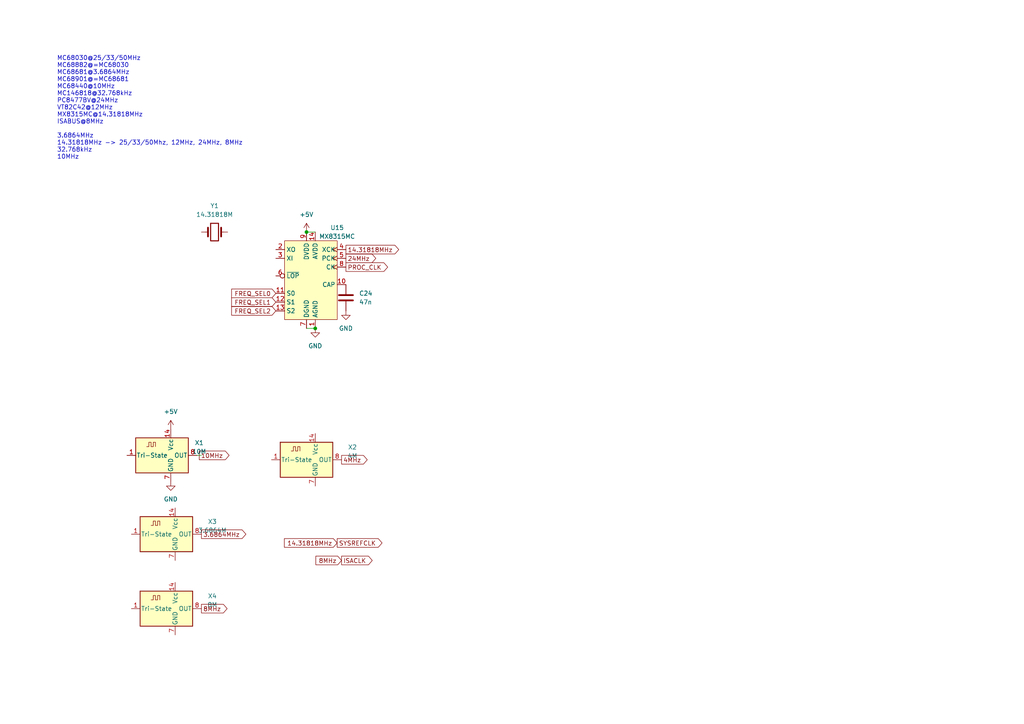
<source format=kicad_sch>
(kicad_sch (version 20231120) (generator "eeschema") (generator_version "8.0")
  (paper "A4")
  (lib_symbols
    (symbol "Device:C" (pin_numbers hide) (pin_names (offset 0.254))
      (property "Reference" "C" (at 0.635 2.54 0))
      (property "Value" "C" (at 0.635 -2.54 0))
      (symbol "C_0_1"
        (polyline (pts (xy -2.032 -0.762) (xy 2.032 -0.762)) (stroke (width 0.508)))
        (polyline (pts (xy -2.032 0.762) (xy 2.032 0.762)) (stroke (width 0.508)))
      )
      (symbol "C_1_1"
        (pin passive line (at 0 3.81 270) (length 2.794) (name "~") (number "1"))
        (pin passive line (at 0 -3.81 90) (length 2.794) (name "~") (number "2"))
      )
    )
    (symbol "Device:Crystal" (pin_numbers hide) (pin_names (offset 1.016) hide)
      (property "Reference" "Y" (at 0 3.81 0))
      (property "Value" "Crystal" (at 0 -3.81 0))
      (symbol "Crystal_0_1"
        (rectangle (start -1.143 2.54) (end 1.143 -2.54) (stroke (width 0.3048)))
        (polyline (pts (xy -2.54 0) (xy -1.905 0)))
        (polyline (pts (xy -1.905 -1.27) (xy -1.905 1.27)) (stroke (width 0.508)))
        (polyline (pts (xy 1.905 -1.27) (xy 1.905 1.27)) (stroke (width 0.508)))
        (polyline (pts (xy 2.54 0) (xy 1.905 0)))
      )
      (symbol "Crystal_1_1"
        (pin passive line (at -3.81 0 0) (length 1.27) (name "1") (number "1"))
        (pin passive line (at 3.81 0 180) (length 1.27) (name "2") (number "2"))
      )
    )
    (symbol "Oscillator:ACO-xxxMHz-A" (pin_names (offset 0.254))
      (property "Reference" "X" (at -5.08 6.35 0))
      (property "Value" "ACO-xxxMHz-A" (at 1.27 -6.35 0))
      (symbol "ACO-xxxMHz-A_0_1"
        (rectangle (start -10.16 5.08) (end 5.08 -5.08) (stroke (width 0.254)) (fill (type background)))
        (polyline (pts (xy -6.985 2.54) (xy -6.35 2.54) (xy -6.35 3.81) (xy -5.715 3.81) (xy -5.715 2.54) (xy -5.08 2.54) (xy -5.08 3.81) (xy -4.445 3.81) (xy -4.445 2.54)))
      )
      (symbol "ACO-xxxMHz-A_1_1"
        (pin input line (at -12.7 0 0) (length 2.54) (name "Tri-State") (number "1"))
        (pin power_in line (at 0 7.62 270) (length 2.54) (name "Vcc") (number "14"))
        (pin power_in line (at 0 -7.62 90) (length 2.54) (name "GND") (number "7"))
        (pin output line (at 7.62 0 180) (length 2.54) (name "OUT") (number "8"))
      )
    )
    (symbol "m68k-hbc-ic:MX8315MC"
      (property "Reference" "U" (at -21.59 15.24 0))
      (property "Value" "MX8315MC" (at -5.08 6.35 0))
      (symbol "MX8315MC_1_1"
        (rectangle (start -7.62 10.16) (end 7.62 -12.7) (fill (type background)))
        (pin power_in line (at 1.27 -15.24 90) (length 2.54) (name "AGND") (number "1"))
        (pin power_in line (at 10.16 -2.54 180) (length 2.54) (name "CAP") (number "10"))
        (pin input line (at -10.16 -5.08 0) (length 2.54) (name "S0") (number "11"))
        (pin input line (at -10.16 -7.62 0) (length 2.54) (name "S1") (number "12"))
        (pin input line (at -10.16 -10.16 0) (length 2.54) (name "S2") (number "13"))
        (pin power_in line (at 1.27 12.7 270) (length 2.54) (name "AVDD") (number "14"))
        (pin output line (at -10.16 7.62 0) (length 2.54) (name "XO") (number "2"))
        (pin input line (at -10.16 5.08 0) (length 2.54) (name "XI") (number "3"))
        (pin output clock (at 10.16 7.62 180) (length 2.54) (name "XCK") (number "4"))
        (pin output clock (at 10.16 5.08 180) (length 2.54) (name "PCK") (number "5"))
        (pin input inverted (at -10.16 0 0) (length 2.54) (name "~{LOP}") (number "6"))
        (pin power_in line (at -1.27 -15.24 90) (length 2.54) (name "DGND") (number "7"))
        (pin output clock (at 10.16 2.54 180) (length 2.54) (name "CK") (number "8"))
        (pin power_in line (at -1.27 12.7 270) (length 2.54) (name "DVDD") (number "9"))
      )
    )
    (symbol "power:+5V" (power) (pin_names (offset 0))
      (property "Value" "+5V" (at 0 3.556 0))
      (symbol "+5V_0_1"
        (polyline (pts (xy -0.762 1.27) (xy 0 2.54)))
        (polyline (pts (xy 0 0) (xy 0 2.54)))
        (polyline (pts (xy 0 2.54) (xy 0.762 1.27)))
      )
      (symbol "+5V_1_1"
        (pin power_in line (at 0 0 90) (length 0) hide (name "+5V") (number "1"))
      )
    )
    (symbol "power:GND" (power) (pin_names (offset 0))
      (property "Value" "GND" (at 0 -3.81 0))
      (symbol "GND_0_1"
        (polyline (pts (xy 0 0) (xy 0 -1.27) (xy 1.27 -1.27) (xy 0 -2.54) (xy -1.27 -1.27) (xy 0 -1.27)))
      )
      (symbol "GND_1_1"
        (pin power_in line (at 0 0 270) (length 0) hide (name "GND") (number "1"))
      )
    )
  )
  (junction (at 88.9 67.31))
  (junction (at 91.44 95.25))
  (wire (pts (xy 57.15 132.08) (xy 58.42 132.08)))
  (wire (pts (xy 91.44 95.25) (xy 88.9 95.25)))
  (wire (pts (xy 88.9 67.31) (xy 91.44 67.31)))
  (text "MC68030@25/33/50MHz\nMC68882@=MC68030\nMC68681@3.6864MHz\nMC68901@=MC68681\nMC68440@10MHz\nMC146818@32.768kHz\nPC8477BV@24MHz\nVT82C42@12MHz\nMX8315MC@14.31818MHz\nISABUS@8MHz\n\n3.6864MHz\n14.31818MHz -> 25/33/50Mhz, 12MHz, 24MHz, 8MHz\n32.768kHz\n10MHz\n" (at 16.51 46.355 0) (effects (font (size 1.27 1.27)) (justify left bottom)))
  (global_label "SYSREFCLK" (shape output) (at 97.79 157.48 0) (property "Intersheetrefs" "${INTERSHEET_REFS}" (effects (hide yes))))
  (global_label "4MHz" (shape output) (at 99.06 133.35 0) (property "Intersheetrefs" "${INTERSHEET_REFS}" (effects (hide yes))))
  (global_label "14.31818MHz" (shape input) (at 97.79 157.48 180) (property "Intersheetrefs" "${INTERSHEET_REFS}" (effects (hide yes))))
  (global_label "3.6864MHz" (shape output) (at 58.42 154.94 0) (property "Intersheetrefs" "${INTERSHEET_REFS}" (effects (hide yes))))
  (global_label "8MHz" (shape output) (at 58.42 176.53 0) (property "Intersheetrefs" "${INTERSHEET_REFS}" (effects (hide yes))))
  (global_label "10MHz" (shape output) (at 57.785 132.08 0) (property "Intersheetrefs" "${INTERSHEET_REFS}" (effects (hide yes))))
  (global_label "ISACLK" (shape output) (at 99.06 162.56 0) (property "Intersheetrefs" "${INTERSHEET_REFS}" (effects (hide yes))))
  (global_label "14.31818MHz" (shape output) (at 100.33 72.39 0) (property "Intersheetrefs" "${INTERSHEET_REFS}" (effects (hide yes))))
  (global_label "FREQ_SEL2" (shape input) (at 80.01 90.17 180) (property "Intersheetrefs" "${INTERSHEET_REFS}" (effects (hide yes))))
  (global_label "8MHz" (shape input) (at 99.06 162.56 180) (property "Intersheetrefs" "${INTERSHEET_REFS}" (effects (hide yes))))
  (global_label "FREQ_SEL1" (shape input) (at 80.01 87.63 180) (property "Intersheetrefs" "${INTERSHEET_REFS}" (effects (hide yes))))
  (global_label "24MHz" (shape output) (at 100.33 74.93 0) (property "Intersheetrefs" "${INTERSHEET_REFS}" (effects (hide yes))))
  (global_label "FREQ_SEL0" (shape input) (at 80.01 85.09 180) (property "Intersheetrefs" "${INTERSHEET_REFS}" (effects (hide yes))))
  (global_label "PROC_CLK" (shape output) (at 100.33 77.47 0) (property "Intersheetrefs" "${INTERSHEET_REFS}" (effects (hide yes))))
  (symbol (lib_id "Oscillator:ACO-xxxMHz-A") (at 91.44 133.35 0) (unit 1)
    (property "Reference" "X2" (at 102.235 129.7021 0))
    (property "Value" "4M" (at 102.235 132.2421 0))
    (property "Footprint" "Oscillator:Oscillator_DIP-14" (effects (hide yes)))
    (property "Datasheet" "http://www.conwin.com/datasheets/cx/cx030.pdf" (effects (hide yes)))
  )
  (symbol (lib_id "Device:C") (at 100.33 86.36 0) (unit 1)
    (property "Reference" "C24" (at 104.14 85.09 0) (effects (justify left)))
    (property "Value" "47n" (at 104.14 87.63 0) (effects (justify left)))
    (property "Footprint" "Capacitor_THT:C_Disc_D4.3mm_W1.9mm_P5.00mm" (effects (hide yes)))
  )
  (symbol (lib_id "m68k-hbc-ic:MX8315MC") (at 90.17 80.01 0) (unit 1)
    (property "Reference" "U15" (at 97.79 66.04 0))
    (property "Value" "MX8315MC" (at 97.79 68.58 0))
    (property "Footprint" "Package_DIP:DIP-14_W7.62mm_Socket" (effects (hide yes)))
    (property "Datasheet" "http://bitsavers.trailing-edge.com/components/mxic/MXIC_MX8315_Motherboard_Clock_Generator_199309.pdf" (effects (hide yes)))
  )
  (symbol (lib_id "Oscillator:ACO-xxxMHz-A") (at 50.8 154.94 0) (unit 1)
    (property "Reference" "X3" (at 61.595 151.2921 0))
    (property "Value" "3.6864M" (at 61.595 153.8321 0))
    (property "Footprint" "Oscillator:Oscillator_DIP-14" (effects (hide yes)))
    (property "Datasheet" "http://www.conwin.com/datasheets/cx/cx030.pdf" (effects (hide yes)))
  )
  (symbol (lib_id "power:+5V") (at 88.9 67.31 0) (unit 1)
    (property "Reference" "#PWR087" (effects (hide yes)))
    (property "Value" "+5V" (at 88.9 62.23 0))
  )
  (symbol (lib_id "Oscillator:ACO-xxxMHz-A") (at 50.8 176.53 0) (unit 1)
    (property "Reference" "X4" (at 61.595 172.8821 0))
    (property "Value" "8M" (at 61.595 175.4221 0))
    (property "Footprint" "Oscillator:Oscillator_DIP-14" (effects (hide yes)))
    (property "Datasheet" "http://www.conwin.com/datasheets/cx/cx030.pdf" (effects (hide yes)))
  )
  (symbol (lib_id "power:GND") (at 91.44 95.25 0) (unit 1)
    (property "Reference" "#PWR089" (effects (hide yes)))
    (property "Value" "GND" (at 91.44 100.33 0))
  )
  (symbol (lib_id "power:+5V") (at 49.53 124.46 0) (unit 1)
    (property "Reference" "#PWR090" (effects (hide yes)))
    (property "Value" "+5V" (at 49.53 119.38 0))
  )
  (symbol (lib_id "power:GND") (at 49.53 139.7 0) (unit 1)
    (property "Reference" "#PWR091" (effects (hide yes)))
    (property "Value" "GND" (at 49.53 144.78 0))
  )
  (symbol (lib_id "Device:Crystal") (at 62.23 67.31 0) (unit 1)
    (property "Reference" "Y1" (at 62.23 59.69 0))
    (property "Value" "14.31818M" (at 62.23 62.23 0))
    (property "Footprint" "Crystal:Crystal_HC49-4H_Vertical" (effects (hide yes)))
  )
  (symbol (lib_id "power:GND") (at 100.33 90.17 0) (unit 1)
    (property "Reference" "#PWR088" (effects (hide yes)))
    (property "Value" "GND" (at 100.33 95.25 0))
  )
  (symbol (lib_id "Oscillator:ACO-xxxMHz-A") (at 49.53 132.08 0) (unit 1)
    (property "Reference" "X1" (at 57.785 128.4321 0))
    (property "Value" "10M" (at 57.785 130.9721 0))
    (property "Footprint" "Oscillator:Oscillator_DIP-14" (effects (hide yes)))
    (property "Datasheet" "http://www.conwin.com/datasheets/cx/cx030.pdf" (effects (hide yes)))
  )
)
</source>
